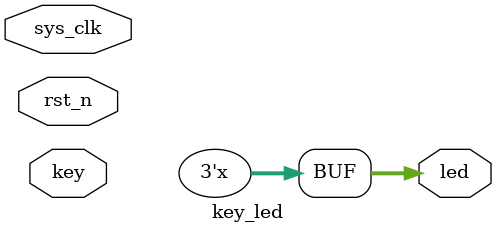
<source format=v>
`timescale 1ns / 1ps
/***注意区分wire和reg的区别*****/

module key_led(
    input   wire        rst_n,
    input   wire        sys_clk,
    input   wire  [2:0]  key,
    output  wire  [2:0]  led
    );

//对输入的信号进行拍打，消除亚稳态,实质是数据缓冲

always @(posedge sys_clk or negedge rst_n) begin
    if(rst_n == 1'b0)
        key_dd = 'd0; //清零
    else
        key_dd <= {key_dd[2:0], key}; //位拼接法 延迟一个周期
end

//输出的LED为拍打过后的结果
assign led = key_dd[5:3]; //直接通过组合逻辑硬件上联系

endmodule

</source>
